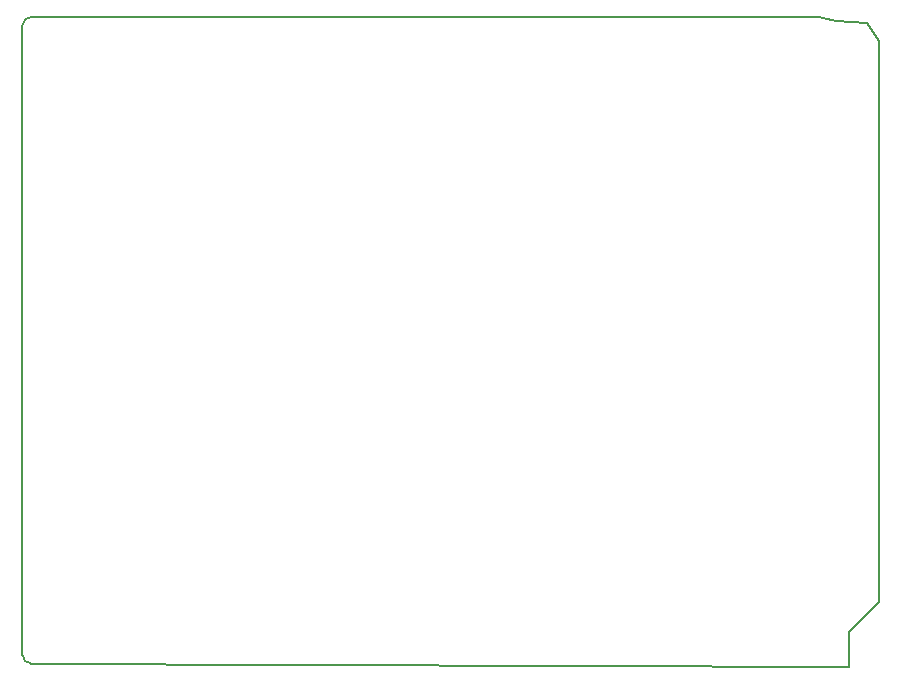
<source format=gbr>
%TF.GenerationSoftware,KiCad,Pcbnew,8.0.8*%
%TF.CreationDate,2025-03-13T01:40:52-06:00*%
%TF.ProjectId,Ballon Project,42616c6c-6f6e-4205-9072-6f6a6563742e,rev?*%
%TF.SameCoordinates,Original*%
%TF.FileFunction,Profile,NP*%
%FSLAX46Y46*%
G04 Gerber Fmt 4.6, Leading zero omitted, Abs format (unit mm)*
G04 Created by KiCad (PCBNEW 8.0.8) date 2025-03-13 01:40:52*
%MOMM*%
%LPD*%
G01*
G04 APERTURE LIST*
%TA.AperFunction,Profile*%
%ADD10C,0.150000*%
%TD*%
G04 APERTURE END LIST*
D10*
X152420000Y-57970000D02*
X153920000Y-58310000D01*
X85000000Y-111961185D02*
X85000000Y-58732000D01*
X155000000Y-113000000D02*
X85762000Y-112723185D01*
X85762000Y-57970000D02*
X152420000Y-57970000D01*
X157500000Y-60000000D02*
X156500000Y-58500000D01*
X157500000Y-60000000D02*
X157500000Y-107500000D01*
X154960000Y-110040000D02*
X155000000Y-113000000D01*
X85762000Y-112723185D02*
G75*
G02*
X85000015Y-111961185I0J761985D01*
G01*
X157500000Y-107500000D02*
X154960000Y-110040000D01*
X85000000Y-58732000D02*
G75*
G02*
X85762000Y-57970000I762000J0D01*
G01*
X153920000Y-58310000D02*
X156500000Y-58500000D01*
M02*

</source>
